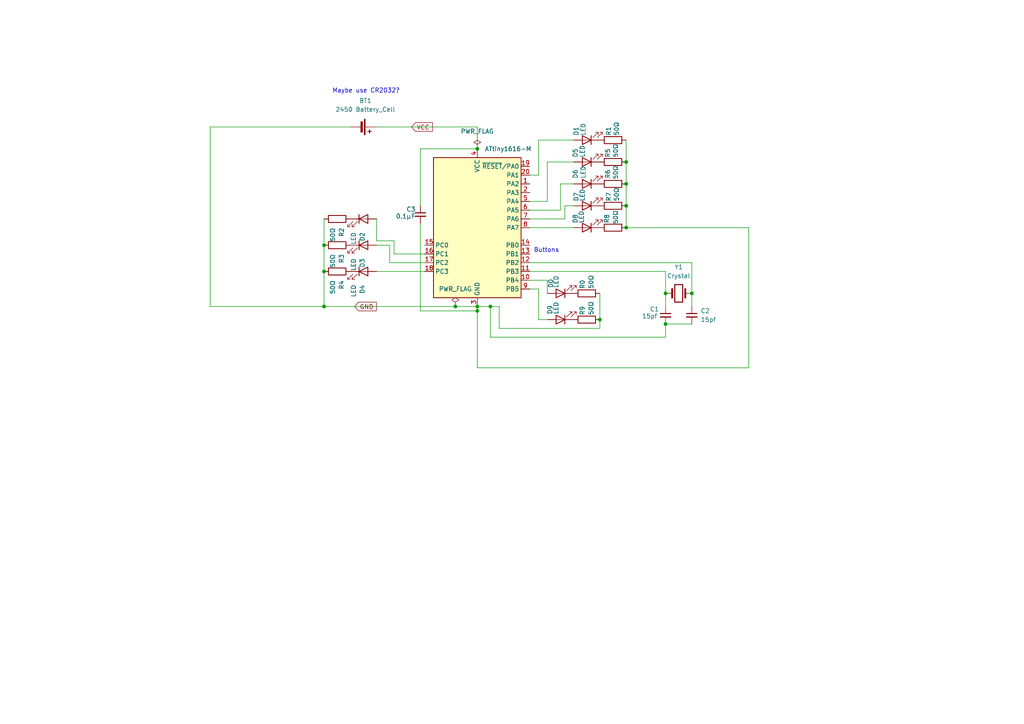
<source format=kicad_sch>
(kicad_sch
	(version 20250114)
	(generator "eeschema")
	(generator_version "9.0")
	(uuid "bc3b0f77-13c8-4ae5-b55c-5fe989ebeedc")
	(paper "A4")
	(lib_symbols
		(symbol "Device:Battery_Cell"
			(pin_numbers
				(hide yes)
			)
			(pin_names
				(offset 0)
				(hide yes)
			)
			(exclude_from_sim no)
			(in_bom yes)
			(on_board yes)
			(property "Reference" "BT"
				(at 2.54 2.54 0)
				(effects
					(font
						(size 1.27 1.27)
					)
					(justify left)
				)
			)
			(property "Value" "Battery_Cell"
				(at 2.54 0 0)
				(effects
					(font
						(size 1.27 1.27)
					)
					(justify left)
				)
			)
			(property "Footprint" ""
				(at 0 1.524 90)
				(effects
					(font
						(size 1.27 1.27)
					)
					(hide yes)
				)
			)
			(property "Datasheet" "~"
				(at 0 1.524 90)
				(effects
					(font
						(size 1.27 1.27)
					)
					(hide yes)
				)
			)
			(property "Description" "Single-cell battery"
				(at 0 0 0)
				(effects
					(font
						(size 1.27 1.27)
					)
					(hide yes)
				)
			)
			(property "ki_keywords" "battery cell"
				(at 0 0 0)
				(effects
					(font
						(size 1.27 1.27)
					)
					(hide yes)
				)
			)
			(symbol "Battery_Cell_0_1"
				(rectangle
					(start -2.286 1.778)
					(end 2.286 1.524)
					(stroke
						(width 0)
						(type default)
					)
					(fill
						(type outline)
					)
				)
				(rectangle
					(start -1.524 1.016)
					(end 1.524 0.508)
					(stroke
						(width 0)
						(type default)
					)
					(fill
						(type outline)
					)
				)
				(polyline
					(pts
						(xy 0 1.778) (xy 0 2.54)
					)
					(stroke
						(width 0)
						(type default)
					)
					(fill
						(type none)
					)
				)
				(polyline
					(pts
						(xy 0 0.762) (xy 0 0)
					)
					(stroke
						(width 0)
						(type default)
					)
					(fill
						(type none)
					)
				)
				(polyline
					(pts
						(xy 0.762 3.048) (xy 1.778 3.048)
					)
					(stroke
						(width 0.254)
						(type default)
					)
					(fill
						(type none)
					)
				)
				(polyline
					(pts
						(xy 1.27 3.556) (xy 1.27 2.54)
					)
					(stroke
						(width 0.254)
						(type default)
					)
					(fill
						(type none)
					)
				)
			)
			(symbol "Battery_Cell_1_1"
				(pin passive line
					(at 0 5.08 270)
					(length 2.54)
					(name "+"
						(effects
							(font
								(size 1.27 1.27)
							)
						)
					)
					(number "1"
						(effects
							(font
								(size 1.27 1.27)
							)
						)
					)
				)
				(pin passive line
					(at 0 -2.54 90)
					(length 2.54)
					(name "-"
						(effects
							(font
								(size 1.27 1.27)
							)
						)
					)
					(number "2"
						(effects
							(font
								(size 1.27 1.27)
							)
						)
					)
				)
			)
			(embedded_fonts no)
		)
		(symbol "Device:C_Small"
			(pin_numbers
				(hide yes)
			)
			(pin_names
				(offset 0.254)
				(hide yes)
			)
			(exclude_from_sim no)
			(in_bom yes)
			(on_board yes)
			(property "Reference" "C"
				(at 0.254 1.778 0)
				(effects
					(font
						(size 1.27 1.27)
					)
					(justify left)
				)
			)
			(property "Value" "C_Small"
				(at 0.254 -2.032 0)
				(effects
					(font
						(size 1.27 1.27)
					)
					(justify left)
				)
			)
			(property "Footprint" ""
				(at 0 0 0)
				(effects
					(font
						(size 1.27 1.27)
					)
					(hide yes)
				)
			)
			(property "Datasheet" "~"
				(at 0 0 0)
				(effects
					(font
						(size 1.27 1.27)
					)
					(hide yes)
				)
			)
			(property "Description" "Unpolarized capacitor, small symbol"
				(at 0 0 0)
				(effects
					(font
						(size 1.27 1.27)
					)
					(hide yes)
				)
			)
			(property "ki_keywords" "capacitor cap"
				(at 0 0 0)
				(effects
					(font
						(size 1.27 1.27)
					)
					(hide yes)
				)
			)
			(property "ki_fp_filters" "C_*"
				(at 0 0 0)
				(effects
					(font
						(size 1.27 1.27)
					)
					(hide yes)
				)
			)
			(symbol "C_Small_0_1"
				(polyline
					(pts
						(xy -1.524 0.508) (xy 1.524 0.508)
					)
					(stroke
						(width 0.3048)
						(type default)
					)
					(fill
						(type none)
					)
				)
				(polyline
					(pts
						(xy -1.524 -0.508) (xy 1.524 -0.508)
					)
					(stroke
						(width 0.3302)
						(type default)
					)
					(fill
						(type none)
					)
				)
			)
			(symbol "C_Small_1_1"
				(pin passive line
					(at 0 2.54 270)
					(length 2.032)
					(name "~"
						(effects
							(font
								(size 1.27 1.27)
							)
						)
					)
					(number "1"
						(effects
							(font
								(size 1.27 1.27)
							)
						)
					)
				)
				(pin passive line
					(at 0 -2.54 90)
					(length 2.032)
					(name "~"
						(effects
							(font
								(size 1.27 1.27)
							)
						)
					)
					(number "2"
						(effects
							(font
								(size 1.27 1.27)
							)
						)
					)
				)
			)
			(embedded_fonts no)
		)
		(symbol "Device:Crystal"
			(pin_numbers
				(hide yes)
			)
			(pin_names
				(offset 1.016)
				(hide yes)
			)
			(exclude_from_sim no)
			(in_bom yes)
			(on_board yes)
			(property "Reference" "Y"
				(at 0 3.81 0)
				(effects
					(font
						(size 1.27 1.27)
					)
				)
			)
			(property "Value" "Crystal"
				(at 0 -3.81 0)
				(effects
					(font
						(size 1.27 1.27)
					)
				)
			)
			(property "Footprint" ""
				(at 0 0 0)
				(effects
					(font
						(size 1.27 1.27)
					)
					(hide yes)
				)
			)
			(property "Datasheet" "~"
				(at 0 0 0)
				(effects
					(font
						(size 1.27 1.27)
					)
					(hide yes)
				)
			)
			(property "Description" "Two pin crystal"
				(at 0 0 0)
				(effects
					(font
						(size 1.27 1.27)
					)
					(hide yes)
				)
			)
			(property "ki_keywords" "quartz ceramic resonator oscillator"
				(at 0 0 0)
				(effects
					(font
						(size 1.27 1.27)
					)
					(hide yes)
				)
			)
			(property "ki_fp_filters" "Crystal*"
				(at 0 0 0)
				(effects
					(font
						(size 1.27 1.27)
					)
					(hide yes)
				)
			)
			(symbol "Crystal_0_1"
				(polyline
					(pts
						(xy -2.54 0) (xy -1.905 0)
					)
					(stroke
						(width 0)
						(type default)
					)
					(fill
						(type none)
					)
				)
				(polyline
					(pts
						(xy -1.905 -1.27) (xy -1.905 1.27)
					)
					(stroke
						(width 0.508)
						(type default)
					)
					(fill
						(type none)
					)
				)
				(rectangle
					(start -1.143 2.54)
					(end 1.143 -2.54)
					(stroke
						(width 0.3048)
						(type default)
					)
					(fill
						(type none)
					)
				)
				(polyline
					(pts
						(xy 1.905 -1.27) (xy 1.905 1.27)
					)
					(stroke
						(width 0.508)
						(type default)
					)
					(fill
						(type none)
					)
				)
				(polyline
					(pts
						(xy 2.54 0) (xy 1.905 0)
					)
					(stroke
						(width 0)
						(type default)
					)
					(fill
						(type none)
					)
				)
			)
			(symbol "Crystal_1_1"
				(pin passive line
					(at -3.81 0 0)
					(length 1.27)
					(name "1"
						(effects
							(font
								(size 1.27 1.27)
							)
						)
					)
					(number "1"
						(effects
							(font
								(size 1.27 1.27)
							)
						)
					)
				)
				(pin passive line
					(at 3.81 0 180)
					(length 1.27)
					(name "2"
						(effects
							(font
								(size 1.27 1.27)
							)
						)
					)
					(number "2"
						(effects
							(font
								(size 1.27 1.27)
							)
						)
					)
				)
			)
			(embedded_fonts no)
		)
		(symbol "Device:LED"
			(pin_numbers
				(hide yes)
			)
			(pin_names
				(offset 1.016)
				(hide yes)
			)
			(exclude_from_sim no)
			(in_bom yes)
			(on_board yes)
			(property "Reference" "D"
				(at 0 2.54 0)
				(effects
					(font
						(size 1.27 1.27)
					)
				)
			)
			(property "Value" "LED"
				(at 0 -2.54 0)
				(effects
					(font
						(size 1.27 1.27)
					)
				)
			)
			(property "Footprint" ""
				(at 0 0 0)
				(effects
					(font
						(size 1.27 1.27)
					)
					(hide yes)
				)
			)
			(property "Datasheet" "~"
				(at 0 0 0)
				(effects
					(font
						(size 1.27 1.27)
					)
					(hide yes)
				)
			)
			(property "Description" "Light emitting diode"
				(at 0 0 0)
				(effects
					(font
						(size 1.27 1.27)
					)
					(hide yes)
				)
			)
			(property "Sim.Pins" "1=K 2=A"
				(at 0 0 0)
				(effects
					(font
						(size 1.27 1.27)
					)
					(hide yes)
				)
			)
			(property "ki_keywords" "LED diode"
				(at 0 0 0)
				(effects
					(font
						(size 1.27 1.27)
					)
					(hide yes)
				)
			)
			(property "ki_fp_filters" "LED* LED_SMD:* LED_THT:*"
				(at 0 0 0)
				(effects
					(font
						(size 1.27 1.27)
					)
					(hide yes)
				)
			)
			(symbol "LED_0_1"
				(polyline
					(pts
						(xy -3.048 -0.762) (xy -4.572 -2.286) (xy -3.81 -2.286) (xy -4.572 -2.286) (xy -4.572 -1.524)
					)
					(stroke
						(width 0)
						(type default)
					)
					(fill
						(type none)
					)
				)
				(polyline
					(pts
						(xy -1.778 -0.762) (xy -3.302 -2.286) (xy -2.54 -2.286) (xy -3.302 -2.286) (xy -3.302 -1.524)
					)
					(stroke
						(width 0)
						(type default)
					)
					(fill
						(type none)
					)
				)
				(polyline
					(pts
						(xy -1.27 0) (xy 1.27 0)
					)
					(stroke
						(width 0)
						(type default)
					)
					(fill
						(type none)
					)
				)
				(polyline
					(pts
						(xy -1.27 -1.27) (xy -1.27 1.27)
					)
					(stroke
						(width 0.254)
						(type default)
					)
					(fill
						(type none)
					)
				)
				(polyline
					(pts
						(xy 1.27 -1.27) (xy 1.27 1.27) (xy -1.27 0) (xy 1.27 -1.27)
					)
					(stroke
						(width 0.254)
						(type default)
					)
					(fill
						(type none)
					)
				)
			)
			(symbol "LED_1_1"
				(pin passive line
					(at -3.81 0 0)
					(length 2.54)
					(name "K"
						(effects
							(font
								(size 1.27 1.27)
							)
						)
					)
					(number "1"
						(effects
							(font
								(size 1.27 1.27)
							)
						)
					)
				)
				(pin passive line
					(at 3.81 0 180)
					(length 2.54)
					(name "A"
						(effects
							(font
								(size 1.27 1.27)
							)
						)
					)
					(number "2"
						(effects
							(font
								(size 1.27 1.27)
							)
						)
					)
				)
			)
			(embedded_fonts no)
		)
		(symbol "Device:R"
			(pin_numbers
				(hide yes)
			)
			(pin_names
				(offset 0)
			)
			(exclude_from_sim no)
			(in_bom yes)
			(on_board yes)
			(property "Reference" "R"
				(at 2.032 0 90)
				(effects
					(font
						(size 1.27 1.27)
					)
				)
			)
			(property "Value" "R"
				(at 0 0 90)
				(effects
					(font
						(size 1.27 1.27)
					)
				)
			)
			(property "Footprint" ""
				(at -1.778 0 90)
				(effects
					(font
						(size 1.27 1.27)
					)
					(hide yes)
				)
			)
			(property "Datasheet" "~"
				(at 0 0 0)
				(effects
					(font
						(size 1.27 1.27)
					)
					(hide yes)
				)
			)
			(property "Description" "Resistor"
				(at 0 0 0)
				(effects
					(font
						(size 1.27 1.27)
					)
					(hide yes)
				)
			)
			(property "ki_keywords" "R res resistor"
				(at 0 0 0)
				(effects
					(font
						(size 1.27 1.27)
					)
					(hide yes)
				)
			)
			(property "ki_fp_filters" "R_*"
				(at 0 0 0)
				(effects
					(font
						(size 1.27 1.27)
					)
					(hide yes)
				)
			)
			(symbol "R_0_1"
				(rectangle
					(start -1.016 -2.54)
					(end 1.016 2.54)
					(stroke
						(width 0.254)
						(type default)
					)
					(fill
						(type none)
					)
				)
			)
			(symbol "R_1_1"
				(pin passive line
					(at 0 3.81 270)
					(length 1.27)
					(name "~"
						(effects
							(font
								(size 1.27 1.27)
							)
						)
					)
					(number "1"
						(effects
							(font
								(size 1.27 1.27)
							)
						)
					)
				)
				(pin passive line
					(at 0 -3.81 90)
					(length 1.27)
					(name "~"
						(effects
							(font
								(size 1.27 1.27)
							)
						)
					)
					(number "2"
						(effects
							(font
								(size 1.27 1.27)
							)
						)
					)
				)
			)
			(embedded_fonts no)
		)
		(symbol "MCU_Microchip_ATtiny:ATtiny1616-M"
			(exclude_from_sim no)
			(in_bom yes)
			(on_board yes)
			(property "Reference" "U"
				(at -12.7 21.59 0)
				(effects
					(font
						(size 1.27 1.27)
					)
					(justify left bottom)
				)
			)
			(property "Value" "ATtiny1616-M"
				(at 2.54 -21.59 0)
				(effects
					(font
						(size 1.27 1.27)
					)
					(justify left top)
				)
			)
			(property "Footprint" "Package_DFN_QFN:VQFN-20-1EP_3x3mm_P0.4mm_EP1.7x1.7mm"
				(at 0 0 0)
				(effects
					(font
						(size 1.27 1.27)
						(italic yes)
					)
					(hide yes)
				)
			)
			(property "Datasheet" "http://ww1.microchip.com/downloads/en/DeviceDoc/ATtiny3216_ATtiny1616-data-sheet-40001997B.pdf"
				(at 0 0 0)
				(effects
					(font
						(size 1.27 1.27)
					)
					(hide yes)
				)
			)
			(property "Description" "20MHz, 16kB Flash, 2kB SRAM, 256B EEPROM, VQFN-20"
				(at 0 0 0)
				(effects
					(font
						(size 1.27 1.27)
					)
					(hide yes)
				)
			)
			(property "ki_keywords" "AVR 8bit Microcontroller tinyAVR"
				(at 0 0 0)
				(effects
					(font
						(size 1.27 1.27)
					)
					(hide yes)
				)
			)
			(property "ki_fp_filters" "VQFN*1EP*3x3mm*P0.4mm*"
				(at 0 0 0)
				(effects
					(font
						(size 1.27 1.27)
					)
					(hide yes)
				)
			)
			(symbol "ATtiny1616-M_0_1"
				(rectangle
					(start -12.7 -20.32)
					(end 12.7 20.32)
					(stroke
						(width 0.254)
						(type default)
					)
					(fill
						(type background)
					)
				)
			)
			(symbol "ATtiny1616-M_1_1"
				(pin bidirectional line
					(at -15.24 -5.08 0)
					(length 2.54)
					(name "PC0"
						(effects
							(font
								(size 1.27 1.27)
							)
						)
					)
					(number "15"
						(effects
							(font
								(size 1.27 1.27)
							)
						)
					)
				)
				(pin bidirectional line
					(at -15.24 -7.62 0)
					(length 2.54)
					(name "PC1"
						(effects
							(font
								(size 1.27 1.27)
							)
						)
					)
					(number "16"
						(effects
							(font
								(size 1.27 1.27)
							)
						)
					)
				)
				(pin bidirectional line
					(at -15.24 -10.16 0)
					(length 2.54)
					(name "PC2"
						(effects
							(font
								(size 1.27 1.27)
							)
						)
					)
					(number "17"
						(effects
							(font
								(size 1.27 1.27)
							)
						)
					)
				)
				(pin bidirectional line
					(at -15.24 -12.7 0)
					(length 2.54)
					(name "PC3"
						(effects
							(font
								(size 1.27 1.27)
							)
						)
					)
					(number "18"
						(effects
							(font
								(size 1.27 1.27)
							)
						)
					)
				)
				(pin power_in line
					(at 0 22.86 270)
					(length 2.54)
					(name "VCC"
						(effects
							(font
								(size 1.27 1.27)
							)
						)
					)
					(number "4"
						(effects
							(font
								(size 1.27 1.27)
							)
						)
					)
				)
				(pin passive line
					(at 0 -22.86 90)
					(length 2.54)
					(hide yes)
					(name "GND"
						(effects
							(font
								(size 1.27 1.27)
							)
						)
					)
					(number "21"
						(effects
							(font
								(size 1.27 1.27)
							)
						)
					)
				)
				(pin power_in line
					(at 0 -22.86 90)
					(length 2.54)
					(name "GND"
						(effects
							(font
								(size 1.27 1.27)
							)
						)
					)
					(number "3"
						(effects
							(font
								(size 1.27 1.27)
							)
						)
					)
				)
				(pin bidirectional line
					(at 15.24 17.78 180)
					(length 2.54)
					(name "~{RESET}/PA0"
						(effects
							(font
								(size 1.27 1.27)
							)
						)
					)
					(number "19"
						(effects
							(font
								(size 1.27 1.27)
							)
						)
					)
				)
				(pin bidirectional line
					(at 15.24 15.24 180)
					(length 2.54)
					(name "PA1"
						(effects
							(font
								(size 1.27 1.27)
							)
						)
					)
					(number "20"
						(effects
							(font
								(size 1.27 1.27)
							)
						)
					)
				)
				(pin bidirectional line
					(at 15.24 12.7 180)
					(length 2.54)
					(name "PA2"
						(effects
							(font
								(size 1.27 1.27)
							)
						)
					)
					(number "1"
						(effects
							(font
								(size 1.27 1.27)
							)
						)
					)
				)
				(pin bidirectional line
					(at 15.24 10.16 180)
					(length 2.54)
					(name "PA3"
						(effects
							(font
								(size 1.27 1.27)
							)
						)
					)
					(number "2"
						(effects
							(font
								(size 1.27 1.27)
							)
						)
					)
				)
				(pin bidirectional line
					(at 15.24 7.62 180)
					(length 2.54)
					(name "PA4"
						(effects
							(font
								(size 1.27 1.27)
							)
						)
					)
					(number "5"
						(effects
							(font
								(size 1.27 1.27)
							)
						)
					)
				)
				(pin bidirectional line
					(at 15.24 5.08 180)
					(length 2.54)
					(name "PA5"
						(effects
							(font
								(size 1.27 1.27)
							)
						)
					)
					(number "6"
						(effects
							(font
								(size 1.27 1.27)
							)
						)
					)
				)
				(pin bidirectional line
					(at 15.24 2.54 180)
					(length 2.54)
					(name "PA6"
						(effects
							(font
								(size 1.27 1.27)
							)
						)
					)
					(number "7"
						(effects
							(font
								(size 1.27 1.27)
							)
						)
					)
				)
				(pin bidirectional line
					(at 15.24 0 180)
					(length 2.54)
					(name "PA7"
						(effects
							(font
								(size 1.27 1.27)
							)
						)
					)
					(number "8"
						(effects
							(font
								(size 1.27 1.27)
							)
						)
					)
				)
				(pin bidirectional line
					(at 15.24 -5.08 180)
					(length 2.54)
					(name "PB0"
						(effects
							(font
								(size 1.27 1.27)
							)
						)
					)
					(number "14"
						(effects
							(font
								(size 1.27 1.27)
							)
						)
					)
				)
				(pin bidirectional line
					(at 15.24 -7.62 180)
					(length 2.54)
					(name "PB1"
						(effects
							(font
								(size 1.27 1.27)
							)
						)
					)
					(number "13"
						(effects
							(font
								(size 1.27 1.27)
							)
						)
					)
				)
				(pin bidirectional line
					(at 15.24 -10.16 180)
					(length 2.54)
					(name "PB2"
						(effects
							(font
								(size 1.27 1.27)
							)
						)
					)
					(number "12"
						(effects
							(font
								(size 1.27 1.27)
							)
						)
					)
				)
				(pin bidirectional line
					(at 15.24 -12.7 180)
					(length 2.54)
					(name "PB3"
						(effects
							(font
								(size 1.27 1.27)
							)
						)
					)
					(number "11"
						(effects
							(font
								(size 1.27 1.27)
							)
						)
					)
				)
				(pin bidirectional line
					(at 15.24 -15.24 180)
					(length 2.54)
					(name "PB4"
						(effects
							(font
								(size 1.27 1.27)
							)
						)
					)
					(number "10"
						(effects
							(font
								(size 1.27 1.27)
							)
						)
					)
				)
				(pin bidirectional line
					(at 15.24 -17.78 180)
					(length 2.54)
					(name "PB5"
						(effects
							(font
								(size 1.27 1.27)
							)
						)
					)
					(number "9"
						(effects
							(font
								(size 1.27 1.27)
							)
						)
					)
				)
			)
			(embedded_fonts no)
		)
		(symbol "power:PWR_FLAG"
			(power)
			(pin_numbers
				(hide yes)
			)
			(pin_names
				(offset 0)
				(hide yes)
			)
			(exclude_from_sim no)
			(in_bom yes)
			(on_board yes)
			(property "Reference" "#FLG"
				(at 0 1.905 0)
				(effects
					(font
						(size 1.27 1.27)
					)
					(hide yes)
				)
			)
			(property "Value" "PWR_FLAG"
				(at 0 3.81 0)
				(effects
					(font
						(size 1.27 1.27)
					)
				)
			)
			(property "Footprint" ""
				(at 0 0 0)
				(effects
					(font
						(size 1.27 1.27)
					)
					(hide yes)
				)
			)
			(property "Datasheet" "~"
				(at 0 0 0)
				(effects
					(font
						(size 1.27 1.27)
					)
					(hide yes)
				)
			)
			(property "Description" "Special symbol for telling ERC where power comes from"
				(at 0 0 0)
				(effects
					(font
						(size 1.27 1.27)
					)
					(hide yes)
				)
			)
			(property "ki_keywords" "flag power"
				(at 0 0 0)
				(effects
					(font
						(size 1.27 1.27)
					)
					(hide yes)
				)
			)
			(symbol "PWR_FLAG_0_0"
				(pin power_out line
					(at 0 0 90)
					(length 0)
					(name "~"
						(effects
							(font
								(size 1.27 1.27)
							)
						)
					)
					(number "1"
						(effects
							(font
								(size 1.27 1.27)
							)
						)
					)
				)
			)
			(symbol "PWR_FLAG_0_1"
				(polyline
					(pts
						(xy 0 0) (xy 0 1.27) (xy -1.016 1.905) (xy 0 2.54) (xy 1.016 1.905) (xy 0 1.27)
					)
					(stroke
						(width 0)
						(type default)
					)
					(fill
						(type none)
					)
				)
			)
			(embedded_fonts no)
		)
	)
	(text "Maybe use CR2032?"
		(exclude_from_sim no)
		(at 106.172 26.416 0)
		(effects
			(font
				(size 1.27 1.27)
			)
		)
		(uuid "087d4dd8-0b4c-4459-b950-083bcd72ce7d")
	)
	(text "Buttons"
		(exclude_from_sim no)
		(at 158.496 72.644 0)
		(effects
			(font
				(size 1.27 1.27)
			)
		)
		(uuid "ee15edbb-53d1-45d2-9172-fc7aecb937bc")
	)
	(junction
		(at 138.43 90.17)
		(diameter 0)
		(color 0 0 0 0)
		(uuid "0f3fe6c4-51df-43c9-963c-661f5c182ac9")
	)
	(junction
		(at 181.61 53.34)
		(diameter 0)
		(color 0 0 0 0)
		(uuid "112b10ce-0fd8-4d29-8273-e9e26d2e1548")
	)
	(junction
		(at 181.61 59.69)
		(diameter 0)
		(color 0 0 0 0)
		(uuid "22af5db6-5b0a-464a-8acc-5e972d998867")
	)
	(junction
		(at 200.66 85.09)
		(diameter 0)
		(color 0 0 0 0)
		(uuid "292ff57a-5ca1-4ea0-9040-01522938cbd7")
	)
	(junction
		(at 181.61 66.04)
		(diameter 0)
		(color 0 0 0 0)
		(uuid "344a1ef5-1864-456e-ac17-7deb0551e17f")
	)
	(junction
		(at 138.43 88.9)
		(diameter 0)
		(color 0 0 0 0)
		(uuid "3f17c03d-105e-44d4-bc80-cb1b53c1299e")
	)
	(junction
		(at 138.43 43.18)
		(diameter 0)
		(color 0 0 0 0)
		(uuid "6141ec4b-b9bc-4eeb-967c-80e1630fed32")
	)
	(junction
		(at 193.04 93.98)
		(diameter 0)
		(color 0 0 0 0)
		(uuid "62d199e3-4c8c-4752-aff7-48757caa01fd")
	)
	(junction
		(at 93.98 71.12)
		(diameter 0)
		(color 0 0 0 0)
		(uuid "87486f82-0013-4137-affd-58a9def49605")
	)
	(junction
		(at 93.98 78.74)
		(diameter 0)
		(color 0 0 0 0)
		(uuid "914081a8-99db-4c3f-b3cd-e954ac71cf5a")
	)
	(junction
		(at 193.04 85.09)
		(diameter 0)
		(color 0 0 0 0)
		(uuid "aa003893-2327-4965-8b61-f12e1c71c935")
	)
	(junction
		(at 132.08 88.9)
		(diameter 0)
		(color 0 0 0 0)
		(uuid "add5a9cb-5cb8-4b33-9606-5cc1791b0ab1")
	)
	(junction
		(at 93.98 88.9)
		(diameter 0)
		(color 0 0 0 0)
		(uuid "b1a00a89-c21d-4ebe-ba72-2be6d316d378")
	)
	(junction
		(at 181.61 46.99)
		(diameter 0)
		(color 0 0 0 0)
		(uuid "c68f7146-9960-4435-969a-907f96156fc1")
	)
	(junction
		(at 142.24 88.9)
		(diameter 0)
		(color 0 0 0 0)
		(uuid "dab266ca-6af2-4049-9bdd-3e5b91fb120f")
	)
	(junction
		(at 173.99 92.71)
		(diameter 0)
		(color 0 0 0 0)
		(uuid "eafe8ca8-897d-4c5e-9552-cb5fb615de39")
	)
	(wire
		(pts
			(xy 173.99 92.71) (xy 173.99 95.25)
		)
		(stroke
			(width 0)
			(type default)
		)
		(uuid "021df7aa-4ac6-4c68-abd5-0643921e12a5")
	)
	(wire
		(pts
			(xy 114.3 69.85) (xy 109.22 69.85)
		)
		(stroke
			(width 0)
			(type default)
		)
		(uuid "13af2112-9458-4702-a885-098739b5e6ae")
	)
	(wire
		(pts
			(xy 109.22 36.83) (xy 138.43 36.83)
		)
		(stroke
			(width 0)
			(type default)
		)
		(uuid "220271e7-99d6-4cef-a91c-f9dedc7da6bc")
	)
	(wire
		(pts
			(xy 153.67 60.96) (xy 162.56 60.96)
		)
		(stroke
			(width 0)
			(type default)
		)
		(uuid "24a5e9bb-f13f-486d-9e51-f83bde341116")
	)
	(wire
		(pts
			(xy 109.22 78.74) (xy 123.19 78.74)
		)
		(stroke
			(width 0)
			(type default)
		)
		(uuid "286bd985-37d5-4df2-8d4e-ac6f5ba8042e")
	)
	(wire
		(pts
			(xy 138.43 88.9) (xy 138.43 90.17)
		)
		(stroke
			(width 0)
			(type default)
		)
		(uuid "28fc46f7-896b-499b-a598-66888fb4014b")
	)
	(wire
		(pts
			(xy 132.08 88.9) (xy 138.43 88.9)
		)
		(stroke
			(width 0)
			(type default)
		)
		(uuid "2a1b8306-751a-44f6-8995-f5790a664f17")
	)
	(wire
		(pts
			(xy 200.66 85.09) (xy 200.66 88.9)
		)
		(stroke
			(width 0)
			(type default)
		)
		(uuid "2b8a9f40-f147-4148-8760-be891f6d2c47")
	)
	(wire
		(pts
			(xy 60.96 88.9) (xy 60.96 36.83)
		)
		(stroke
			(width 0)
			(type default)
		)
		(uuid "2df19696-dfbf-4f25-9ec1-f666163ad6c2")
	)
	(wire
		(pts
			(xy 217.17 66.04) (xy 217.17 106.68)
		)
		(stroke
			(width 0)
			(type default)
		)
		(uuid "2ea68d8c-9fa2-41b4-970d-e6b200e53f36")
	)
	(wire
		(pts
			(xy 153.67 81.28) (xy 158.75 81.28)
		)
		(stroke
			(width 0)
			(type default)
		)
		(uuid "31b79c8f-bb1a-47a5-9f03-b18b67383a91")
	)
	(wire
		(pts
			(xy 162.56 53.34) (xy 166.37 53.34)
		)
		(stroke
			(width 0)
			(type default)
		)
		(uuid "382b5cc1-8e47-4509-9094-9b9dfaeec4dc")
	)
	(wire
		(pts
			(xy 93.98 88.9) (xy 132.08 88.9)
		)
		(stroke
			(width 0)
			(type default)
		)
		(uuid "3b367c43-f959-480e-8cd5-f0149928192d")
	)
	(wire
		(pts
			(xy 113.03 71.12) (xy 109.22 71.12)
		)
		(stroke
			(width 0)
			(type default)
		)
		(uuid "3c1f5c37-26f1-4a4d-88aa-90c5373f1c8d")
	)
	(wire
		(pts
			(xy 156.21 50.8) (xy 156.21 40.64)
		)
		(stroke
			(width 0)
			(type default)
		)
		(uuid "428aea05-2cfe-41f2-979a-3c58d6656c04")
	)
	(wire
		(pts
			(xy 144.78 88.9) (xy 142.24 88.9)
		)
		(stroke
			(width 0)
			(type default)
		)
		(uuid "49eeed45-d295-4fa6-9052-9e2267d90f3c")
	)
	(wire
		(pts
			(xy 162.56 60.96) (xy 162.56 53.34)
		)
		(stroke
			(width 0)
			(type default)
		)
		(uuid "4cf6ecf2-c3a8-4961-9d18-e9aac50aedc0")
	)
	(wire
		(pts
			(xy 153.67 58.42) (xy 158.75 58.42)
		)
		(stroke
			(width 0)
			(type default)
		)
		(uuid "4f35821c-5980-4b3b-9663-022dc7613c94")
	)
	(wire
		(pts
			(xy 121.92 43.18) (xy 121.92 59.69)
		)
		(stroke
			(width 0)
			(type default)
		)
		(uuid "4f7800ab-22a6-4df3-8aef-2c1ca99bdfe7")
	)
	(wire
		(pts
			(xy 181.61 59.69) (xy 181.61 66.04)
		)
		(stroke
			(width 0)
			(type default)
		)
		(uuid "5006d2e9-7fc7-47f9-bc20-cab04a81c46f")
	)
	(wire
		(pts
			(xy 142.24 88.9) (xy 138.43 88.9)
		)
		(stroke
			(width 0)
			(type default)
		)
		(uuid "52ce9e7d-d744-47e5-a90e-7c53d5ec8f78")
	)
	(wire
		(pts
			(xy 138.43 36.83) (xy 138.43 43.18)
		)
		(stroke
			(width 0)
			(type default)
		)
		(uuid "5ada20fd-cec3-4978-a270-ef9e242dbc47")
	)
	(wire
		(pts
			(xy 158.75 46.99) (xy 166.37 46.99)
		)
		(stroke
			(width 0)
			(type default)
		)
		(uuid "5b00c19f-5b63-4782-b87b-f91bdb35745d")
	)
	(wire
		(pts
			(xy 109.22 63.5) (xy 109.22 69.85)
		)
		(stroke
			(width 0)
			(type default)
		)
		(uuid "5ba77888-242c-437c-bd53-e6b5efcf92e6")
	)
	(wire
		(pts
			(xy 123.19 73.66) (xy 114.3 73.66)
		)
		(stroke
			(width 0)
			(type default)
		)
		(uuid "5c928051-b9ac-4d74-9fc0-46915fd3ac85")
	)
	(wire
		(pts
			(xy 156.21 92.71) (xy 158.75 92.71)
		)
		(stroke
			(width 0)
			(type default)
		)
		(uuid "5d54e863-c5ea-4b28-b4ee-df9c5bc58095")
	)
	(wire
		(pts
			(xy 153.67 76.2) (xy 200.66 76.2)
		)
		(stroke
			(width 0)
			(type default)
		)
		(uuid "5d9e9460-ff57-419a-a8e6-23b552b59003")
	)
	(wire
		(pts
			(xy 144.78 95.25) (xy 144.78 88.9)
		)
		(stroke
			(width 0)
			(type default)
		)
		(uuid "5da84d1e-e7e6-493e-8a37-d99d1a22de99")
	)
	(wire
		(pts
			(xy 193.04 97.79) (xy 142.24 97.79)
		)
		(stroke
			(width 0)
			(type default)
		)
		(uuid "647941d5-1016-49f9-a6f0-010df620b570")
	)
	(wire
		(pts
			(xy 158.75 81.28) (xy 158.75 85.09)
		)
		(stroke
			(width 0)
			(type default)
		)
		(uuid "6ef3b471-06a7-4cf5-8e0b-6ab6d400cb16")
	)
	(wire
		(pts
			(xy 114.3 73.66) (xy 114.3 69.85)
		)
		(stroke
			(width 0)
			(type default)
		)
		(uuid "75bc5a16-d78c-45b0-a659-83caabce3bc8")
	)
	(wire
		(pts
			(xy 193.04 93.98) (xy 200.66 93.98)
		)
		(stroke
			(width 0)
			(type default)
		)
		(uuid "7824c499-d356-48d4-83d8-ba59add474b5")
	)
	(wire
		(pts
			(xy 60.96 36.83) (xy 101.6 36.83)
		)
		(stroke
			(width 0)
			(type default)
		)
		(uuid "7f8ed30b-5fd6-4cea-9ef1-aa9c4b3b5652")
	)
	(wire
		(pts
			(xy 173.99 85.09) (xy 173.99 92.71)
		)
		(stroke
			(width 0)
			(type default)
		)
		(uuid "804c68fa-39d5-4d84-8bf3-275b7a0c1389")
	)
	(wire
		(pts
			(xy 163.83 59.69) (xy 166.37 59.69)
		)
		(stroke
			(width 0)
			(type default)
		)
		(uuid "8a3c37f8-e721-44ca-8830-75aeeeea20bb")
	)
	(wire
		(pts
			(xy 181.61 66.04) (xy 217.17 66.04)
		)
		(stroke
			(width 0)
			(type default)
		)
		(uuid "8c4be5d6-afa4-43da-9870-453ee9ab6f82")
	)
	(wire
		(pts
			(xy 93.98 63.5) (xy 93.98 71.12)
		)
		(stroke
			(width 0)
			(type default)
		)
		(uuid "8f6c7c35-7749-4386-91cb-fbcdc957cbf9")
	)
	(wire
		(pts
			(xy 93.98 78.74) (xy 93.98 88.9)
		)
		(stroke
			(width 0)
			(type default)
		)
		(uuid "917f895f-fb89-4d7d-8224-10e880366a85")
	)
	(wire
		(pts
			(xy 93.98 71.12) (xy 93.98 78.74)
		)
		(stroke
			(width 0)
			(type default)
		)
		(uuid "9684e8c4-b4f4-44b6-8a5d-0ca1ed8036a5")
	)
	(wire
		(pts
			(xy 193.04 93.98) (xy 193.04 97.79)
		)
		(stroke
			(width 0)
			(type default)
		)
		(uuid "9834b539-0495-40b5-a64b-50375680707f")
	)
	(wire
		(pts
			(xy 181.61 46.99) (xy 181.61 53.34)
		)
		(stroke
			(width 0)
			(type default)
		)
		(uuid "9c23afcf-dee0-4aab-a488-ba8003691dff")
	)
	(wire
		(pts
			(xy 193.04 85.09) (xy 193.04 88.9)
		)
		(stroke
			(width 0)
			(type default)
		)
		(uuid "9eaa28ef-1fbc-47a3-b532-9694a626b86b")
	)
	(wire
		(pts
			(xy 193.04 78.74) (xy 193.04 85.09)
		)
		(stroke
			(width 0)
			(type default)
		)
		(uuid "a531e351-1130-4338-aef7-ce32f55b516a")
	)
	(wire
		(pts
			(xy 158.75 58.42) (xy 158.75 46.99)
		)
		(stroke
			(width 0)
			(type default)
		)
		(uuid "a560e560-51bd-4c0c-8408-4e847cd0c292")
	)
	(wire
		(pts
			(xy 138.43 106.68) (xy 217.17 106.68)
		)
		(stroke
			(width 0)
			(type default)
		)
		(uuid "a96e4da3-ca1b-4876-b1a0-099cf0ac104b")
	)
	(wire
		(pts
			(xy 123.19 76.2) (xy 113.03 76.2)
		)
		(stroke
			(width 0)
			(type default)
		)
		(uuid "aaeee1e3-5023-4d28-b4ba-e2d6a1f6e949")
	)
	(wire
		(pts
			(xy 153.67 63.5) (xy 163.83 63.5)
		)
		(stroke
			(width 0)
			(type default)
		)
		(uuid "ae19399e-6b94-4978-95c7-003c3fd2c58b")
	)
	(wire
		(pts
			(xy 153.67 66.04) (xy 166.37 66.04)
		)
		(stroke
			(width 0)
			(type default)
		)
		(uuid "aedc66f4-854b-409f-9a16-7edd4d30a3c1")
	)
	(wire
		(pts
			(xy 153.67 78.74) (xy 193.04 78.74)
		)
		(stroke
			(width 0)
			(type default)
		)
		(uuid "b44c51f8-55a4-45ca-8e14-32b2955aee6a")
	)
	(wire
		(pts
			(xy 156.21 40.64) (xy 166.37 40.64)
		)
		(stroke
			(width 0)
			(type default)
		)
		(uuid "b59b44ef-6540-472b-a401-5e5d4d5f90ce")
	)
	(wire
		(pts
			(xy 156.21 83.82) (xy 156.21 92.71)
		)
		(stroke
			(width 0)
			(type default)
		)
		(uuid "be0314ad-0628-48db-b4cc-fdb04157bbb8")
	)
	(wire
		(pts
			(xy 181.61 40.64) (xy 181.61 46.99)
		)
		(stroke
			(width 0)
			(type default)
		)
		(uuid "c20ee1a4-ae13-4b94-a8a0-f9ee737814f8")
	)
	(wire
		(pts
			(xy 200.66 76.2) (xy 200.66 85.09)
		)
		(stroke
			(width 0)
			(type default)
		)
		(uuid "c2b71d00-6eb5-45b0-a39e-6f51554c65b6")
	)
	(wire
		(pts
			(xy 121.92 64.77) (xy 121.92 90.17)
		)
		(stroke
			(width 0)
			(type default)
		)
		(uuid "c8cfc783-f02c-4a0e-877f-2314c09b256c")
	)
	(wire
		(pts
			(xy 153.67 83.82) (xy 156.21 83.82)
		)
		(stroke
			(width 0)
			(type default)
		)
		(uuid "ce8bfe92-c8a6-47a7-8e15-6cc363375421")
	)
	(wire
		(pts
			(xy 138.43 90.17) (xy 138.43 106.68)
		)
		(stroke
			(width 0)
			(type default)
		)
		(uuid "d371936e-fd5d-4a18-b51f-1c988b66e947")
	)
	(wire
		(pts
			(xy 121.92 90.17) (xy 138.43 90.17)
		)
		(stroke
			(width 0)
			(type default)
		)
		(uuid "d3b7f3ab-e61b-4ada-83b0-b477898ca784")
	)
	(wire
		(pts
			(xy 142.24 97.79) (xy 142.24 88.9)
		)
		(stroke
			(width 0)
			(type default)
		)
		(uuid "d890b66d-6d81-4f85-adfa-09639bd895e9")
	)
	(wire
		(pts
			(xy 163.83 63.5) (xy 163.83 59.69)
		)
		(stroke
			(width 0)
			(type default)
		)
		(uuid "d90b081f-2a55-4e1b-bd51-fbfcb9fc6b2e")
	)
	(wire
		(pts
			(xy 113.03 76.2) (xy 113.03 71.12)
		)
		(stroke
			(width 0)
			(type default)
		)
		(uuid "dc007475-ef6a-439e-98c4-532ca50ec066")
	)
	(wire
		(pts
			(xy 60.96 88.9) (xy 93.98 88.9)
		)
		(stroke
			(width 0)
			(type default)
		)
		(uuid "dcd0a9a6-78f1-4dff-b774-d0918a9e19a6")
	)
	(wire
		(pts
			(xy 153.67 50.8) (xy 156.21 50.8)
		)
		(stroke
			(width 0)
			(type default)
		)
		(uuid "dcf870ad-b42f-4ed3-ae7e-022cdc40d2a3")
	)
	(wire
		(pts
			(xy 138.43 43.18) (xy 121.92 43.18)
		)
		(stroke
			(width 0)
			(type default)
		)
		(uuid "e6be0cf9-5d4f-4517-92e2-564bc1cd5afe")
	)
	(wire
		(pts
			(xy 181.61 53.34) (xy 181.61 59.69)
		)
		(stroke
			(width 0)
			(type default)
		)
		(uuid "e9da529a-1023-4ad1-a32a-30a02269f385")
	)
	(wire
		(pts
			(xy 173.99 95.25) (xy 144.78 95.25)
		)
		(stroke
			(width 0)
			(type default)
		)
		(uuid "f8f84236-535e-495b-8be7-f74f5e399c6f")
	)
	(global_label "VCC"
		(shape input)
		(at 119.38 36.83 0)
		(fields_autoplaced yes)
		(effects
			(font
				(size 1.27 1.27)
			)
			(justify left)
		)
		(uuid "3fb6c1f4-cae8-42d0-a041-3468e9fbc8c9")
		(property "Intersheetrefs" "${INTERSHEET_REFS}"
			(at 125.9938 36.83 0)
			(effects
				(font
					(size 1.27 1.27)
				)
				(justify left)
				(hide yes)
			)
		)
	)
	(global_label "GND"
		(shape input)
		(at 102.87 88.9 0)
		(fields_autoplaced yes)
		(effects
			(font
				(size 1.27 1.27)
			)
			(justify left)
		)
		(uuid "6191c8ef-1eb6-415d-9a74-fb03847d61df")
		(property "Intersheetrefs" "${INTERSHEET_REFS}"
			(at 109.7257 88.9 0)
			(effects
				(font
					(size 1.27 1.27)
				)
				(justify left)
				(hide yes)
			)
		)
	)
	(symbol
		(lib_id "Device:R")
		(at 177.8 46.99 90)
		(unit 1)
		(exclude_from_sim no)
		(in_bom yes)
		(on_board yes)
		(dnp no)
		(uuid "0dc2b8aa-589d-4814-a95d-f944303b46d0")
		(property "Reference" "R5"
			(at 176.276 45.72 0)
			(effects
				(font
					(size 1.27 1.27)
				)
				(justify left)
			)
		)
		(property "Value" "50Ω"
			(at 178.562 45.72 0)
			(effects
				(font
					(size 1.27 1.27)
				)
				(justify left)
			)
		)
		(property "Footprint" "Resistor_SMD:R_0603_1608Metric"
			(at 177.8 48.768 90)
			(effects
				(font
					(size 1.27 1.27)
				)
				(hide yes)
			)
		)
		(property "Datasheet" "~"
			(at 177.8 46.99 0)
			(effects
				(font
					(size 1.27 1.27)
				)
				(hide yes)
			)
		)
		(property "Description" "Resistor"
			(at 177.8 46.99 0)
			(effects
				(font
					(size 1.27 1.27)
				)
				(hide yes)
			)
		)
		(pin "2"
			(uuid "2f0bc0ef-29b0-4a47-83a3-300dc488c8ab")
		)
		(pin "1"
			(uuid "d9ea5bb3-1eb0-48e6-b59b-e7fa556e6266")
		)
		(instances
			(project ""
				(path "/bc3b0f77-13c8-4ae5-b55c-5fe989ebeedc"
					(reference "R5")
					(unit 1)
				)
			)
		)
	)
	(symbol
		(lib_id "Device:C_Small")
		(at 193.04 91.44 0)
		(unit 1)
		(exclude_from_sim no)
		(in_bom yes)
		(on_board yes)
		(dnp no)
		(uuid "11e168e5-5352-4176-a104-5b9450bf34af")
		(property "Reference" "C1"
			(at 188.468 89.662 0)
			(effects
				(font
					(size 1.27 1.27)
				)
				(justify left)
			)
		)
		(property "Value" "15pf"
			(at 186.182 91.694 0)
			(effects
				(font
					(size 1.27 1.27)
				)
				(justify left)
			)
		)
		(property "Footprint" "Capacitor_SMD:C_0603_1608Metric"
			(at 193.04 91.44 0)
			(effects
				(font
					(size 1.27 1.27)
				)
				(hide yes)
			)
		)
		(property "Datasheet" "~"
			(at 193.04 91.44 0)
			(effects
				(font
					(size 1.27 1.27)
				)
				(hide yes)
			)
		)
		(property "Description" "Unpolarized capacitor, small symbol"
			(at 193.04 91.44 0)
			(effects
				(font
					(size 1.27 1.27)
				)
				(hide yes)
			)
		)
		(pin "2"
			(uuid "3050f1ce-a8ac-469a-a9cd-cb1699490067")
		)
		(pin "1"
			(uuid "1e74b06f-a1cd-4718-8809-fac7a277dc11")
		)
		(instances
			(project ""
				(path "/bc3b0f77-13c8-4ae5-b55c-5fe989ebeedc"
					(reference "C1")
					(unit 1)
				)
			)
		)
	)
	(symbol
		(lib_id "Device:R")
		(at 97.79 71.12 270)
		(unit 1)
		(exclude_from_sim no)
		(in_bom yes)
		(on_board yes)
		(dnp no)
		(fields_autoplaced yes)
		(uuid "207b7db5-d9aa-49b9-924d-e25a9a0ed378")
		(property "Reference" "R3"
			(at 99.0601 73.66 0)
			(effects
				(font
					(size 1.27 1.27)
				)
				(justify left)
			)
		)
		(property "Value" "50Ω"
			(at 96.5201 73.66 0)
			(effects
				(font
					(size 1.27 1.27)
				)
				(justify left)
			)
		)
		(property "Footprint" "Resistor_SMD:R_0603_1608Metric"
			(at 97.79 69.342 90)
			(effects
				(font
					(size 1.27 1.27)
				)
				(hide yes)
			)
		)
		(property "Datasheet" "~"
			(at 97.79 71.12 0)
			(effects
				(font
					(size 1.27 1.27)
				)
				(hide yes)
			)
		)
		(property "Description" "Resistor"
			(at 97.79 71.12 0)
			(effects
				(font
					(size 1.27 1.27)
				)
				(hide yes)
			)
		)
		(pin "1"
			(uuid "1cb0dbae-33d2-4121-8c11-2556c67c856c")
		)
		(pin "2"
			(uuid "6f54097a-d9d0-4fe5-a461-70497938c67c")
		)
		(instances
			(project ""
				(path "/bc3b0f77-13c8-4ae5-b55c-5fe989ebeedc"
					(reference "R3")
					(unit 1)
				)
			)
		)
	)
	(symbol
		(lib_id "Device:LED")
		(at 170.18 40.64 180)
		(unit 1)
		(exclude_from_sim no)
		(in_bom yes)
		(on_board yes)
		(dnp no)
		(uuid "2e90d7a0-032b-4165-ad93-182ded3fb922")
		(property "Reference" "D1"
			(at 167.132 39.37 90)
			(effects
				(font
					(size 1.27 1.27)
				)
				(justify right)
			)
		)
		(property "Value" "LED"
			(at 169.164 39.37 90)
			(effects
				(font
					(size 1.27 1.27)
				)
				(justify right)
			)
		)
		(property "Footprint" "LED_SMD:LED_0603_1608Metric"
			(at 170.18 40.64 0)
			(effects
				(font
					(size 1.27 1.27)
				)
				(hide yes)
			)
		)
		(property "Datasheet" "~"
			(at 170.18 40.64 0)
			(effects
				(font
					(size 1.27 1.27)
				)
				(hide yes)
			)
		)
		(property "Description" "Light emitting diode"
			(at 170.18 40.64 0)
			(effects
				(font
					(size 1.27 1.27)
				)
				(hide yes)
			)
		)
		(property "Sim.Pins" "1=K 2=A"
			(at 170.18 40.64 0)
			(effects
				(font
					(size 1.27 1.27)
				)
				(hide yes)
			)
		)
		(pin "1"
			(uuid "c19de7ea-1d09-4ae8-b773-85105fbc5efd")
		)
		(pin "2"
			(uuid "7ca7af7c-4887-48e9-a3fe-899e26f92a48")
		)
		(instances
			(project ""
				(path "/bc3b0f77-13c8-4ae5-b55c-5fe989ebeedc"
					(reference "D1")
					(unit 1)
				)
			)
		)
	)
	(symbol
		(lib_id "Device:LED")
		(at 170.18 59.69 180)
		(unit 1)
		(exclude_from_sim no)
		(in_bom yes)
		(on_board yes)
		(dnp no)
		(uuid "40e0e31d-424a-4bee-b55e-9fdc920b6758")
		(property "Reference" "D7"
			(at 167.132 58.42 90)
			(effects
				(font
					(size 1.27 1.27)
				)
				(justify right)
			)
		)
		(property "Value" "LED"
			(at 168.91 58.42 90)
			(effects
				(font
					(size 1.27 1.27)
				)
				(justify right)
			)
		)
		(property "Footprint" "LED_SMD:LED_0603_1608Metric"
			(at 170.18 59.69 0)
			(effects
				(font
					(size 1.27 1.27)
				)
				(hide yes)
			)
		)
		(property "Datasheet" "~"
			(at 170.18 59.69 0)
			(effects
				(font
					(size 1.27 1.27)
				)
				(hide yes)
			)
		)
		(property "Description" "Light emitting diode"
			(at 170.18 59.69 0)
			(effects
				(font
					(size 1.27 1.27)
				)
				(hide yes)
			)
		)
		(property "Sim.Pins" "1=K 2=A"
			(at 170.18 59.69 0)
			(effects
				(font
					(size 1.27 1.27)
				)
				(hide yes)
			)
		)
		(pin "1"
			(uuid "b5a38613-6aef-46e1-80de-8e6679122daf")
		)
		(pin "2"
			(uuid "e6aa2f1e-de88-48a0-bef6-691ab625bb46")
		)
		(instances
			(project ""
				(path "/bc3b0f77-13c8-4ae5-b55c-5fe989ebeedc"
					(reference "D7")
					(unit 1)
				)
			)
		)
	)
	(symbol
		(lib_id "Device:Crystal")
		(at 196.85 85.09 180)
		(unit 1)
		(exclude_from_sim no)
		(in_bom yes)
		(on_board yes)
		(dnp no)
		(fields_autoplaced yes)
		(uuid "553a59d6-1edd-4baf-ad42-d5cd1ca16dbc")
		(property "Reference" "Y1"
			(at 196.85 77.47 0)
			(effects
				(font
					(size 1.27 1.27)
				)
			)
		)
		(property "Value" "Crystal"
			(at 196.85 80.01 0)
			(effects
				(font
					(size 1.27 1.27)
				)
			)
		)
		(property "Footprint" "Library:FC31M2-32.768-NTLNNDTL"
			(at 196.85 85.09 0)
			(effects
				(font
					(size 1.27 1.27)
				)
				(hide yes)
			)
		)
		(property "Datasheet" "~"
			(at 196.85 85.09 0)
			(effects
				(font
					(size 1.27 1.27)
				)
				(hide yes)
			)
		)
		(property "Description" "Two pin crystal"
			(at 196.85 85.09 0)
			(effects
				(font
					(size 1.27 1.27)
				)
				(hide yes)
			)
		)
		(pin "1"
			(uuid "90bb5ff3-1434-4194-b8d6-eba5a9d88d55")
		)
		(pin "2"
			(uuid "79fdd159-26f4-4022-bed5-3db46f77ab30")
		)
		(instances
			(project ""
				(path "/bc3b0f77-13c8-4ae5-b55c-5fe989ebeedc"
					(reference "Y1")
					(unit 1)
				)
			)
		)
	)
	(symbol
		(lib_id "Device:LED")
		(at 170.18 53.34 180)
		(unit 1)
		(exclude_from_sim no)
		(in_bom yes)
		(on_board yes)
		(dnp no)
		(uuid "5dff6fb4-56f3-4513-8f58-fa34acd0b792")
		(property "Reference" "D6"
			(at 166.878 51.816 90)
			(effects
				(font
					(size 1.27 1.27)
				)
				(justify right)
			)
		)
		(property "Value" "LED"
			(at 169.164 51.816 90)
			(effects
				(font
					(size 1.27 1.27)
				)
				(justify right)
			)
		)
		(property "Footprint" "LED_SMD:LED_0603_1608Metric"
			(at 170.18 53.34 0)
			(effects
				(font
					(size 1.27 1.27)
				)
				(hide yes)
			)
		)
		(property "Datasheet" "~"
			(at 170.18 53.34 0)
			(effects
				(font
					(size 1.27 1.27)
				)
				(hide yes)
			)
		)
		(property "Description" "Light emitting diode"
			(at 170.18 53.34 0)
			(effects
				(font
					(size 1.27 1.27)
				)
				(hide yes)
			)
		)
		(property "Sim.Pins" "1=K 2=A"
			(at 170.18 53.34 0)
			(effects
				(font
					(size 1.27 1.27)
				)
				(hide yes)
			)
		)
		(pin "2"
			(uuid "1cc0a969-07a3-42df-9070-b4badcadb554")
		)
		(pin "1"
			(uuid "f21b3350-400e-46e2-a37c-a36158d0578b")
		)
		(instances
			(project ""
				(path "/bc3b0f77-13c8-4ae5-b55c-5fe989ebeedc"
					(reference "D6")
					(unit 1)
				)
			)
		)
	)
	(symbol
		(lib_id "Device:R")
		(at 170.18 85.09 90)
		(unit 1)
		(exclude_from_sim no)
		(in_bom yes)
		(on_board yes)
		(dnp no)
		(uuid "66d28e44-8ec5-4e75-8f37-b2c6d074e52d")
		(property "Reference" "R0"
			(at 168.91 83.82 0)
			(effects
				(font
					(size 1.27 1.27)
				)
				(justify left)
			)
		)
		(property "Value" "50Ω"
			(at 171.45 83.82 0)
			(effects
				(font
					(size 1.27 1.27)
				)
				(justify left)
			)
		)
		(property "Footprint" "Resistor_SMD:R_0603_1608Metric"
			(at 170.18 86.868 90)
			(effects
				(font
					(size 1.27 1.27)
				)
				(hide yes)
			)
		)
		(property "Datasheet" "~"
			(at 170.18 85.09 0)
			(effects
				(font
					(size 1.27 1.27)
				)
				(hide yes)
			)
		)
		(property "Description" "Resistor"
			(at 170.18 85.09 0)
			(effects
				(font
					(size 1.27 1.27)
				)
				(hide yes)
			)
		)
		(pin "1"
			(uuid "ccdbca24-0615-4fdf-98c1-08ae7ac60641")
		)
		(pin "2"
			(uuid "f435a669-5670-411d-aa38-bea20675bf51")
		)
		(instances
			(project ""
				(path "/bc3b0f77-13c8-4ae5-b55c-5fe989ebeedc"
					(reference "R0")
					(unit 1)
				)
			)
		)
	)
	(symbol
		(lib_id "Device:C_Small")
		(at 121.92 62.23 0)
		(unit 1)
		(exclude_from_sim no)
		(in_bom yes)
		(on_board yes)
		(dnp no)
		(uuid "67632485-4eba-4049-bd36-0044791cea22")
		(property "Reference" "C3"
			(at 117.856 60.706 0)
			(effects
				(font
					(size 1.27 1.27)
				)
				(justify left)
			)
		)
		(property "Value" "0.1 µF"
			(at 114.808 62.738 0)
			(effects
				(font
					(size 1.27 1.27)
				)
				(justify left)
			)
		)
		(property "Footprint" "Capacitor_SMD:C_0201_0603Metric"
			(at 121.92 62.23 0)
			(effects
				(font
					(size 1.27 1.27)
				)
				(hide yes)
			)
		)
		(property "Datasheet" "~"
			(at 121.92 62.23 0)
			(effects
				(font
					(size 1.27 1.27)
				)
				(hide yes)
			)
		)
		(property "Description" "Unpolarized capacitor, small symbol"
			(at 121.92 62.23 0)
			(effects
				(font
					(size 1.27 1.27)
				)
				(hide yes)
			)
		)
		(pin "2"
			(uuid "ea4af957-7bcc-4758-bf0c-1fa66dd5cd19")
		)
		(pin "1"
			(uuid "f3c282ae-af47-45aa-a9ad-fa0788679028")
		)
		(instances
			(project ""
				(path "/bc3b0f77-13c8-4ae5-b55c-5fe989ebeedc"
					(reference "C3")
					(unit 1)
				)
			)
		)
	)
	(symbol
		(lib_id "Device:LED")
		(at 105.41 63.5 0)
		(unit 1)
		(exclude_from_sim no)
		(in_bom yes)
		(on_board yes)
		(dnp no)
		(fields_autoplaced yes)
		(uuid "752a835a-e2f4-4742-a0f0-52cd9873b689")
		(property "Reference" "D2"
			(at 105.0926 67.31 90)
			(effects
				(font
					(size 1.27 1.27)
				)
				(justify right)
			)
		)
		(property "Value" "LED"
			(at 102.5526 67.31 90)
			(effects
				(font
					(size 1.27 1.27)
				)
				(justify right)
			)
		)
		(property "Footprint" "LED_SMD:LED_0603_1608Metric"
			(at 105.41 63.5 0)
			(effects
				(font
					(size 1.27 1.27)
				)
				(hide yes)
			)
		)
		(property "Datasheet" "~"
			(at 105.41 63.5 0)
			(effects
				(font
					(size 1.27 1.27)
				)
				(hide yes)
			)
		)
		(property "Description" "Light emitting diode"
			(at 105.41 63.5 0)
			(effects
				(font
					(size 1.27 1.27)
				)
				(hide yes)
			)
		)
		(property "Sim.Pins" "1=K 2=A"
			(at 105.41 63.5 0)
			(effects
				(font
					(size 1.27 1.27)
				)
				(hide yes)
			)
		)
		(pin "1"
			(uuid "9b1f88f6-854b-445f-aeea-02c64e1fd1f8")
		)
		(pin "2"
			(uuid "3fd35813-4ea1-44e7-a89a-4f8009b38485")
		)
		(instances
			(project ""
				(path "/bc3b0f77-13c8-4ae5-b55c-5fe989ebeedc"
					(reference "D2")
					(unit 1)
				)
			)
		)
	)
	(symbol
		(lib_id "Device:R")
		(at 177.8 59.69 90)
		(unit 1)
		(exclude_from_sim no)
		(in_bom yes)
		(on_board yes)
		(dnp no)
		(uuid "78756efb-b4bc-445e-9ce9-bc7063f17dce")
		(property "Reference" "R7"
			(at 176.53 58.42 0)
			(effects
				(font
					(size 1.27 1.27)
				)
				(justify left)
			)
		)
		(property "Value" "50Ω"
			(at 178.816 58.42 0)
			(effects
				(font
					(size 1.27 1.27)
				)
				(justify left)
			)
		)
		(property "Footprint" "Resistor_SMD:R_0603_1608Metric"
			(at 177.8 61.468 90)
			(effects
				(font
					(size 1.27 1.27)
				)
				(hide yes)
			)
		)
		(property "Datasheet" "~"
			(at 177.8 59.69 0)
			(effects
				(font
					(size 1.27 1.27)
				)
				(hide yes)
			)
		)
		(property "Description" "Resistor"
			(at 177.8 59.69 0)
			(effects
				(font
					(size 1.27 1.27)
				)
				(hide yes)
			)
		)
		(pin "2"
			(uuid "10964862-5e41-4a06-b890-34d9b848731b")
		)
		(pin "1"
			(uuid "1486f702-a2c3-420d-9574-52e96864f1d2")
		)
		(instances
			(project ""
				(path "/bc3b0f77-13c8-4ae5-b55c-5fe989ebeedc"
					(reference "R7")
					(unit 1)
				)
			)
		)
	)
	(symbol
		(lib_id "Device:C_Small")
		(at 200.66 91.44 0)
		(unit 1)
		(exclude_from_sim no)
		(in_bom yes)
		(on_board yes)
		(dnp no)
		(fields_autoplaced yes)
		(uuid "85de3d52-f2ca-4ad4-b9a1-7d2719cb4e2a")
		(property "Reference" "C2"
			(at 203.2 90.1762 0)
			(effects
				(font
					(size 1.27 1.27)
				)
				(justify left)
			)
		)
		(property "Value" "15pf"
			(at 203.2 92.7162 0)
			(effects
				(font
					(size 1.27 1.27)
				)
				(justify left)
			)
		)
		(property "Footprint" "Capacitor_SMD:C_0603_1608Metric"
			(at 200.66 91.44 0)
			(effects
				(font
					(size 1.27 1.27)
				)
				(hide yes)
			)
		)
		(property "Datasheet" "~"
			(at 200.66 91.44 0)
			(effects
				(font
					(size 1.27 1.27)
				)
				(hide yes)
			)
		)
		(property "Description" "Unpolarized capacitor, small symbol"
			(at 200.66 91.44 0)
			(effects
				(font
					(size 1.27 1.27)
				)
				(hide yes)
			)
		)
		(pin "2"
			(uuid "c50a2445-1904-4332-80ea-4702be2bfa2a")
		)
		(pin "1"
			(uuid "0eaf091d-26c9-4ae4-8d70-2e663778daeb")
		)
		(instances
			(project "Clock"
				(path "/bc3b0f77-13c8-4ae5-b55c-5fe989ebeedc"
					(reference "C2")
					(unit 1)
				)
			)
		)
	)
	(symbol
		(lib_id "Device:LED")
		(at 162.56 92.71 180)
		(unit 1)
		(exclude_from_sim no)
		(in_bom yes)
		(on_board yes)
		(dnp no)
		(uuid "9000583c-5adb-4fe8-bdf5-1b406960776a")
		(property "Reference" "D9"
			(at 159.512 91.186 90)
			(effects
				(font
					(size 1.27 1.27)
				)
				(justify right)
			)
		)
		(property "Value" "LED"
			(at 161.29 91.186 90)
			(effects
				(font
					(size 1.27 1.27)
				)
				(justify right)
			)
		)
		(property "Footprint" "LED_SMD:LED_0603_1608Metric"
			(at 162.56 92.71 0)
			(effects
				(font
					(size 1.27 1.27)
				)
				(hide yes)
			)
		)
		(property "Datasheet" "~"
			(at 162.56 92.71 0)
			(effects
				(font
					(size 1.27 1.27)
				)
				(hide yes)
			)
		)
		(property "Description" "Light emitting diode"
			(at 162.56 92.71 0)
			(effects
				(font
					(size 1.27 1.27)
				)
				(hide yes)
			)
		)
		(property "Sim.Pins" "1=K 2=A"
			(at 162.56 92.71 0)
			(effects
				(font
					(size 1.27 1.27)
				)
				(hide yes)
			)
		)
		(pin "2"
			(uuid "fcb7a8cc-35c6-4d0e-9d4b-e129424f7d3c")
		)
		(pin "1"
			(uuid "fb13c5f7-051f-4ac1-96cf-0a7a4a608143")
		)
		(instances
			(project ""
				(path "/bc3b0f77-13c8-4ae5-b55c-5fe989ebeedc"
					(reference "D9")
					(unit 1)
				)
			)
		)
	)
	(symbol
		(lib_id "Device:LED")
		(at 105.41 71.12 0)
		(unit 1)
		(exclude_from_sim no)
		(in_bom yes)
		(on_board yes)
		(dnp no)
		(fields_autoplaced yes)
		(uuid "a288605a-bc4b-4813-8dc3-dfb1d49a4b66")
		(property "Reference" "D3"
			(at 105.0926 74.93 90)
			(effects
				(font
					(size 1.27 1.27)
				)
				(justify right)
			)
		)
		(property "Value" "LED"
			(at 102.5526 74.93 90)
			(effects
				(font
					(size 1.27 1.27)
				)
				(justify right)
			)
		)
		(property "Footprint" "LED_SMD:LED_0603_1608Metric"
			(at 105.41 71.12 0)
			(effects
				(font
					(size 1.27 1.27)
				)
				(hide yes)
			)
		)
		(property "Datasheet" "~"
			(at 105.41 71.12 0)
			(effects
				(font
					(size 1.27 1.27)
				)
				(hide yes)
			)
		)
		(property "Description" "Light emitting diode"
			(at 105.41 71.12 0)
			(effects
				(font
					(size 1.27 1.27)
				)
				(hide yes)
			)
		)
		(property "Sim.Pins" "1=K 2=A"
			(at 105.41 71.12 0)
			(effects
				(font
					(size 1.27 1.27)
				)
				(hide yes)
			)
		)
		(pin "1"
			(uuid "f655b647-e376-4261-96b9-186f0913d837")
		)
		(pin "2"
			(uuid "1c3174e9-7cf9-445c-9b70-8e173e69848b")
		)
		(instances
			(project ""
				(path "/bc3b0f77-13c8-4ae5-b55c-5fe989ebeedc"
					(reference "D3")
					(unit 1)
				)
			)
		)
	)
	(symbol
		(lib_id "MCU_Microchip_ATtiny:ATtiny1616-M")
		(at 138.43 66.04 0)
		(unit 1)
		(exclude_from_sim no)
		(in_bom yes)
		(on_board yes)
		(dnp no)
		(fields_autoplaced yes)
		(uuid "ac45763b-1794-434d-b0bf-18fe4dfeb92a")
		(property "Reference" "U1"
			(at 140.5733 40.64 0)
			(effects
				(font
					(size 1.27 1.27)
				)
				(justify left)
				(hide yes)
			)
		)
		(property "Value" "ATtiny1616-M"
			(at 140.5733 43.18 0)
			(effects
				(font
					(size 1.27 1.27)
				)
				(justify left)
			)
		)
		(property "Footprint" "Package_DFN_QFN:VQFN-20-1EP_3x3mm_P0.4mm_EP1.7x1.7mm"
			(at 138.43 66.04 0)
			(effects
				(font
					(size 1.27 1.27)
					(italic yes)
				)
				(hide yes)
			)
		)
		(property "Datasheet" "http://ww1.microchip.com/downloads/en/DeviceDoc/ATtiny3216_ATtiny1616-data-sheet-40001997B.pdf"
			(at 138.43 66.04 0)
			(effects
				(font
					(size 1.27 1.27)
				)
				(hide yes)
			)
		)
		(property "Description" "20MHz, 16kB Flash, 2kB SRAM, 256B EEPROM, VQFN-20"
			(at 138.43 66.04 0)
			(effects
				(font
					(size 1.27 1.27)
				)
				(hide yes)
			)
		)
		(property "Sim.Library" ".\\"
			(at 138.43 66.04 0)
			(effects
				(font
					(size 1.27 1.27)
				)
				(hide yes)
			)
		)
		(pin "17"
			(uuid "e96c8cb4-6f9b-4c80-a58c-041ded83868a")
		)
		(pin "16"
			(uuid "185a03cb-68b8-4315-ae38-81ee3817592f")
		)
		(pin "3"
			(uuid "c2aee0a5-dd97-4bee-bccf-96e5d19bddcb")
		)
		(pin "20"
			(uuid "39758ba2-a9c2-4482-941a-7a3a199223cd")
		)
		(pin "4"
			(uuid "193ce05b-e0c2-47cd-9f8f-4790798b8a28")
		)
		(pin "15"
			(uuid "145b4c5b-9b36-4f8b-967e-1822ebc70c3e")
		)
		(pin "18"
			(uuid "e459f263-725a-4057-9633-dc64121baa21")
		)
		(pin "21"
			(uuid "b4c78892-b5f4-44b4-a834-42787053ce09")
		)
		(pin "19"
			(uuid "a8a82cd4-48a7-449f-aff0-2f09d7c7d0c4")
		)
		(pin "7"
			(uuid "87d4f0b5-7114-41ef-807e-f3d758e56eec")
		)
		(pin "8"
			(uuid "eaa03ef0-cdec-4456-858a-13763982a57e")
		)
		(pin "6"
			(uuid "20c63800-8458-4d33-8403-57295317e50b")
		)
		(pin "10"
			(uuid "3f752c72-c7db-4f66-aa46-4f4cc66fbef5")
		)
		(pin "12"
			(uuid "57b4e5e2-a607-41e6-8ab1-538cbb8abf31")
		)
		(pin "14"
			(uuid "90bb4139-c663-42e7-ab11-ec1c42066997")
		)
		(pin "9"
			(uuid "0f7b13f0-3202-4e6f-ab0d-7bdae80ef241")
		)
		(pin "2"
			(uuid "da9e696b-d168-417e-9cb4-49a887dd461b")
		)
		(pin "1"
			(uuid "7b4cc25c-0c91-454a-b373-defcb5d8a85d")
		)
		(pin "13"
			(uuid "407875bd-2b25-404c-b0c6-99c4a1dcfb6f")
		)
		(pin "11"
			(uuid "88327f37-0c36-4fd1-ab9f-0e85a67c1fd9")
		)
		(pin "5"
			(uuid "7aa155bd-f6fb-41f7-9556-23be85459f39")
		)
		(instances
			(project ""
				(path "/bc3b0f77-13c8-4ae5-b55c-5fe989ebeedc"
					(reference "U1")
					(unit 1)
				)
			)
		)
	)
	(symbol
		(lib_id "Device:LED")
		(at 162.56 85.09 180)
		(unit 1)
		(exclude_from_sim no)
		(in_bom yes)
		(on_board yes)
		(dnp no)
		(uuid "b176dbda-db26-41db-bf1e-e69aed377c2f")
		(property "Reference" "D0"
			(at 159.766 83.566 90)
			(effects
				(font
					(size 1.27 1.27)
				)
				(justify right)
			)
		)
		(property "Value" "LED"
			(at 161.29 83.566 90)
			(effects
				(font
					(size 1.27 1.27)
				)
				(justify right)
			)
		)
		(property "Footprint" "LED_SMD:LED_0603_1608Metric"
			(at 162.56 85.09 0)
			(effects
				(font
					(size 1.27 1.27)
				)
				(hide yes)
			)
		)
		(property "Datasheet" "~"
			(at 162.56 85.09 0)
			(effects
				(font
					(size 1.27 1.27)
				)
				(hide yes)
			)
		)
		(property "Description" "Light emitting diode"
			(at 162.56 85.09 0)
			(effects
				(font
					(size 1.27 1.27)
				)
				(hide yes)
			)
		)
		(property "Sim.Pins" "1=K 2=A"
			(at 162.56 85.09 0)
			(effects
				(font
					(size 1.27 1.27)
				)
				(hide yes)
			)
		)
		(pin "1"
			(uuid "49c8388a-17ac-4afa-aadd-81397e26e3aa")
		)
		(pin "2"
			(uuid "20b592f2-4ceb-4a7e-8158-98c45307d90a")
		)
		(instances
			(project ""
				(path "/bc3b0f77-13c8-4ae5-b55c-5fe989ebeedc"
					(reference "D0")
					(unit 1)
				)
			)
		)
	)
	(symbol
		(lib_id "Device:LED")
		(at 170.18 46.99 180)
		(unit 1)
		(exclude_from_sim no)
		(in_bom yes)
		(on_board yes)
		(dnp no)
		(uuid "c1e1c383-2554-49d9-acf7-38eaa35a406f")
		(property "Reference" "D5"
			(at 166.878 45.72 90)
			(effects
				(font
					(size 1.27 1.27)
				)
				(justify right)
			)
		)
		(property "Value" "LED"
			(at 168.91 45.72 90)
			(effects
				(font
					(size 1.27 1.27)
				)
				(justify right)
			)
		)
		(property "Footprint" "LED_SMD:LED_0603_1608Metric"
			(at 170.18 46.99 0)
			(effects
				(font
					(size 1.27 1.27)
				)
				(hide yes)
			)
		)
		(property "Datasheet" "~"
			(at 170.18 46.99 0)
			(effects
				(font
					(size 1.27 1.27)
				)
				(hide yes)
			)
		)
		(property "Description" "Light emitting diode"
			(at 170.18 46.99 0)
			(effects
				(font
					(size 1.27 1.27)
				)
				(hide yes)
			)
		)
		(property "Sim.Pins" "1=K 2=A"
			(at 170.18 46.99 0)
			(effects
				(font
					(size 1.27 1.27)
				)
				(hide yes)
			)
		)
		(pin "2"
			(uuid "e2afb020-4efc-4259-9ee1-b38fc5e5e720")
		)
		(pin "1"
			(uuid "45b3d869-d3e3-4cbd-b103-cb42de9e1157")
		)
		(instances
			(project ""
				(path "/bc3b0f77-13c8-4ae5-b55c-5fe989ebeedc"
					(reference "D5")
					(unit 1)
				)
			)
		)
	)
	(symbol
		(lib_id "Device:R")
		(at 177.8 66.04 90)
		(unit 1)
		(exclude_from_sim no)
		(in_bom yes)
		(on_board yes)
		(dnp no)
		(uuid "d4415bbc-fd23-44ab-b37b-416b99b3290e")
		(property "Reference" "R8"
			(at 176.022 64.77 0)
			(effects
				(font
					(size 1.27 1.27)
				)
				(justify left)
			)
		)
		(property "Value" "50Ω"
			(at 178.562 65.024 0)
			(effects
				(font
					(size 1.27 1.27)
				)
				(justify left)
			)
		)
		(property "Footprint" "Resistor_SMD:R_0603_1608Metric"
			(at 177.8 67.818 90)
			(effects
				(font
					(size 1.27 1.27)
				)
				(hide yes)
			)
		)
		(property "Datasheet" "~"
			(at 177.8 66.04 0)
			(effects
				(font
					(size 1.27 1.27)
				)
				(hide yes)
			)
		)
		(property "Description" "Resistor"
			(at 177.8 66.04 0)
			(effects
				(font
					(size 1.27 1.27)
				)
				(hide yes)
			)
		)
		(pin "1"
			(uuid "19eda7f1-2670-44ab-9943-9410aed6981b")
		)
		(pin "2"
			(uuid "779d3387-b1af-4993-a8f6-f95c194ddbd4")
		)
		(instances
			(project ""
				(path "/bc3b0f77-13c8-4ae5-b55c-5fe989ebeedc"
					(reference "R8")
					(unit 1)
				)
			)
		)
	)
	(symbol
		(lib_id "Device:R")
		(at 170.18 92.71 90)
		(unit 1)
		(exclude_from_sim no)
		(in_bom yes)
		(on_board yes)
		(dnp no)
		(uuid "d6b957c1-c8a3-4b49-9f45-38f6738fc7d0")
		(property "Reference" "R9"
			(at 168.91 91.44 0)
			(effects
				(font
					(size 1.27 1.27)
				)
				(justify left)
			)
		)
		(property "Value" "50Ω"
			(at 171.45 91.44 0)
			(effects
				(font
					(size 1.27 1.27)
				)
				(justify left)
			)
		)
		(property "Footprint" "Resistor_SMD:R_0603_1608Metric"
			(at 170.18 94.488 90)
			(effects
				(font
					(size 1.27 1.27)
				)
				(hide yes)
			)
		)
		(property "Datasheet" "~"
			(at 170.18 92.71 0)
			(effects
				(font
					(size 1.27 1.27)
				)
				(hide yes)
			)
		)
		(property "Description" "Resistor"
			(at 170.18 92.71 0)
			(effects
				(font
					(size 1.27 1.27)
				)
				(hide yes)
			)
		)
		(pin "1"
			(uuid "27eb9f42-bf69-4302-b0af-b7d7abd97909")
		)
		(pin "2"
			(uuid "f2c84640-dd3f-4d68-8375-9a24e62f6701")
		)
		(instances
			(project ""
				(path "/bc3b0f77-13c8-4ae5-b55c-5fe989ebeedc"
					(reference "R9")
					(unit 1)
				)
			)
		)
	)
	(symbol
		(lib_id "Device:R")
		(at 177.8 53.34 90)
		(unit 1)
		(exclude_from_sim no)
		(in_bom yes)
		(on_board yes)
		(dnp no)
		(uuid "d8cd5b27-9e32-4342-8c3c-299c0b278cd8")
		(property "Reference" "R6"
			(at 176.276 51.816 0)
			(effects
				(font
					(size 1.27 1.27)
				)
				(justify left)
			)
		)
		(property "Value" "50Ω"
			(at 178.562 52.07 0)
			(effects
				(font
					(size 1.27 1.27)
				)
				(justify left)
			)
		)
		(property "Footprint" "Resistor_SMD:R_0603_1608Metric"
			(at 177.8 55.118 90)
			(effects
				(font
					(size 1.27 1.27)
				)
				(hide yes)
			)
		)
		(property "Datasheet" "~"
			(at 177.8 53.34 0)
			(effects
				(font
					(size 1.27 1.27)
				)
				(hide yes)
			)
		)
		(property "Description" "Resistor"
			(at 177.8 53.34 0)
			(effects
				(font
					(size 1.27 1.27)
				)
				(hide yes)
			)
		)
		(pin "1"
			(uuid "2b5c679f-36ac-4c28-9d53-77456ac5a708")
		)
		(pin "2"
			(uuid "856c9984-5efd-48c0-ac1b-66f87e3bfa30")
		)
		(instances
			(project ""
				(path "/bc3b0f77-13c8-4ae5-b55c-5fe989ebeedc"
					(reference "R6")
					(unit 1)
				)
			)
		)
	)
	(symbol
		(lib_id "Device:LED")
		(at 105.41 78.74 0)
		(unit 1)
		(exclude_from_sim no)
		(in_bom yes)
		(on_board yes)
		(dnp no)
		(fields_autoplaced yes)
		(uuid "db6e8b9d-62c2-46a4-9c79-7206e551315e")
		(property "Reference" "D4"
			(at 105.0926 82.55 90)
			(effects
				(font
					(size 1.27 1.27)
				)
				(justify right)
			)
		)
		(property "Value" "LED"
			(at 102.5526 82.55 90)
			(effects
				(font
					(size 1.27 1.27)
				)
				(justify right)
			)
		)
		(property "Footprint" "LED_SMD:LED_0603_1608Metric"
			(at 105.41 78.74 0)
			(effects
				(font
					(size 1.27 1.27)
				)
				(hide yes)
			)
		)
		(property "Datasheet" "~"
			(at 105.41 78.74 0)
			(effects
				(font
					(size 1.27 1.27)
				)
				(hide yes)
			)
		)
		(property "Description" "Light emitting diode"
			(at 105.41 78.74 0)
			(effects
				(font
					(size 1.27 1.27)
				)
				(hide yes)
			)
		)
		(property "Sim.Pins" "1=K 2=A"
			(at 105.41 78.74 0)
			(effects
				(font
					(size 1.27 1.27)
				)
				(hide yes)
			)
		)
		(pin "1"
			(uuid "ea80e2c4-bffd-4e8f-a813-c5c0a488547a")
		)
		(pin "2"
			(uuid "af25235b-20c2-4ce9-80db-38953b5ee7c6")
		)
		(instances
			(project ""
				(path "/bc3b0f77-13c8-4ae5-b55c-5fe989ebeedc"
					(reference "D4")
					(unit 1)
				)
			)
		)
	)
	(symbol
		(lib_id "Device:LED")
		(at 170.18 66.04 180)
		(unit 1)
		(exclude_from_sim no)
		(in_bom yes)
		(on_board yes)
		(dnp no)
		(uuid "dc5d244a-d76c-48f4-ae8e-8a28bc2464cd")
		(property "Reference" "D8"
			(at 166.878 64.77 90)
			(effects
				(font
					(size 1.27 1.27)
				)
				(justify right)
			)
		)
		(property "Value" "LED"
			(at 168.656 64.77 90)
			(effects
				(font
					(size 1.27 1.27)
				)
				(justify right)
			)
		)
		(property "Footprint" "LED_SMD:LED_0603_1608Metric"
			(at 170.18 66.04 0)
			(effects
				(font
					(size 1.27 1.27)
				)
				(hide yes)
			)
		)
		(property "Datasheet" "~"
			(at 170.18 66.04 0)
			(effects
				(font
					(size 1.27 1.27)
				)
				(hide yes)
			)
		)
		(property "Description" "Light emitting diode"
			(at 170.18 66.04 0)
			(effects
				(font
					(size 1.27 1.27)
				)
				(hide yes)
			)
		)
		(property "Sim.Pins" "1=K 2=A"
			(at 170.18 66.04 0)
			(effects
				(font
					(size 1.27 1.27)
				)
				(hide yes)
			)
		)
		(pin "2"
			(uuid "076b43f5-5efc-4e03-a589-a654995685ee")
		)
		(pin "1"
			(uuid "440b018e-0062-4db3-93a4-e0fa1ac06267")
		)
		(instances
			(project ""
				(path "/bc3b0f77-13c8-4ae5-b55c-5fe989ebeedc"
					(reference "D8")
					(unit 1)
				)
			)
		)
	)
	(symbol
		(lib_id "power:PWR_FLAG")
		(at 138.43 43.18 0)
		(unit 1)
		(exclude_from_sim no)
		(in_bom yes)
		(on_board yes)
		(dnp no)
		(fields_autoplaced yes)
		(uuid "dfe6d614-7271-4e6b-a6fb-7a651b0e3d2a")
		(property "Reference" "#FLG04"
			(at 138.43 41.275 0)
			(effects
				(font
					(size 1.27 1.27)
				)
				(hide yes)
			)
		)
		(property "Value" "PWR_FLAG"
			(at 138.43 38.1 0)
			(effects
				(font
					(size 1.27 1.27)
				)
			)
		)
		(property "Footprint" ""
			(at 138.43 43.18 0)
			(effects
				(font
					(size 1.27 1.27)
				)
				(hide yes)
			)
		)
		(property "Datasheet" "~"
			(at 138.43 43.18 0)
			(effects
				(font
					(size 1.27 1.27)
				)
				(hide yes)
			)
		)
		(property "Description" "Special symbol for telling ERC where power comes from"
			(at 138.43 43.18 0)
			(effects
				(font
					(size 1.27 1.27)
				)
				(hide yes)
			)
		)
		(pin "1"
			(uuid "e51e721d-b1e3-4460-982e-c3c2d620daca")
		)
		(instances
			(project ""
				(path "/bc3b0f77-13c8-4ae5-b55c-5fe989ebeedc"
					(reference "#FLG04")
					(unit 1)
				)
			)
		)
	)
	(symbol
		(lib_id "Device:R")
		(at 97.79 63.5 270)
		(unit 1)
		(exclude_from_sim no)
		(in_bom yes)
		(on_board yes)
		(dnp no)
		(fields_autoplaced yes)
		(uuid "ea581c81-eaa1-4b31-a10a-497717a320d0")
		(property "Reference" "R2"
			(at 99.0601 66.04 0)
			(effects
				(font
					(size 1.27 1.27)
				)
				(justify left)
			)
		)
		(property "Value" "50Ω"
			(at 96.5201 66.04 0)
			(effects
				(font
					(size 1.27 1.27)
				)
				(justify left)
			)
		)
		(property "Footprint" "Resistor_SMD:R_0603_1608Metric"
			(at 97.79 61.722 90)
			(effects
				(font
					(size 1.27 1.27)
				)
				(hide yes)
			)
		)
		(property "Datasheet" "~"
			(at 97.79 63.5 0)
			(effects
				(font
					(size 1.27 1.27)
				)
				(hide yes)
			)
		)
		(property "Description" "Resistor"
			(at 97.79 63.5 0)
			(effects
				(font
					(size 1.27 1.27)
				)
				(hide yes)
			)
		)
		(pin "1"
			(uuid "403c45c7-a60e-41b3-bd93-2babe35984b2")
		)
		(pin "2"
			(uuid "00ef690c-4cc4-4b57-896a-d78a422c32ff")
		)
		(instances
			(project ""
				(path "/bc3b0f77-13c8-4ae5-b55c-5fe989ebeedc"
					(reference "R2")
					(unit 1)
				)
			)
		)
	)
	(symbol
		(lib_id "Device:R")
		(at 177.8 40.64 90)
		(unit 1)
		(exclude_from_sim no)
		(in_bom yes)
		(on_board yes)
		(dnp no)
		(uuid "ee981530-a65a-4d7e-9f53-b72039276c9c")
		(property "Reference" "R1"
			(at 176.53 39.37 0)
			(effects
				(font
					(size 1.27 1.27)
				)
				(justify left)
			)
		)
		(property "Value" "50Ω"
			(at 178.816 39.37 0)
			(effects
				(font
					(size 1.27 1.27)
				)
				(justify left)
			)
		)
		(property "Footprint" "Resistor_SMD:R_0603_1608Metric"
			(at 177.8 42.418 90)
			(effects
				(font
					(size 1.27 1.27)
				)
				(hide yes)
			)
		)
		(property "Datasheet" "~"
			(at 177.8 40.64 0)
			(effects
				(font
					(size 1.27 1.27)
				)
				(hide yes)
			)
		)
		(property "Description" "Resistor"
			(at 177.8 40.64 0)
			(effects
				(font
					(size 1.27 1.27)
				)
				(hide yes)
			)
		)
		(pin "2"
			(uuid "da31f7d3-dd18-4c42-80c5-a6e3b339ef19")
		)
		(pin "1"
			(uuid "af4539f4-e71c-4c71-a241-8613d3ec9732")
		)
		(instances
			(project ""
				(path "/bc3b0f77-13c8-4ae5-b55c-5fe989ebeedc"
					(reference "R1")
					(unit 1)
				)
			)
		)
	)
	(symbol
		(lib_id "power:PWR_FLAG")
		(at 132.08 88.9 0)
		(unit 1)
		(exclude_from_sim no)
		(in_bom yes)
		(on_board yes)
		(dnp no)
		(fields_autoplaced yes)
		(uuid "f228b5a6-3eba-414a-bdaf-317de08a65ae")
		(property "Reference" "#FLG01"
			(at 132.08 86.995 0)
			(effects
				(font
					(size 1.27 1.27)
				)
				(hide yes)
			)
		)
		(property "Value" "PWR_FLAG"
			(at 132.08 83.82 0)
			(effects
				(font
					(size 1.27 1.27)
				)
			)
		)
		(property "Footprint" ""
			(at 132.08 88.9 0)
			(effects
				(font
					(size 1.27 1.27)
				)
				(hide yes)
			)
		)
		(property "Datasheet" "~"
			(at 132.08 88.9 0)
			(effects
				(font
					(size 1.27 1.27)
				)
				(hide yes)
			)
		)
		(property "Description" "Special symbol for telling ERC where power comes from"
			(at 132.08 88.9 0)
			(effects
				(font
					(size 1.27 1.27)
				)
				(hide yes)
			)
		)
		(pin "1"
			(uuid "f8a1fa3d-d8ab-4667-932c-fff993ac88ef")
		)
		(instances
			(project ""
				(path "/bc3b0f77-13c8-4ae5-b55c-5fe989ebeedc"
					(reference "#FLG01")
					(unit 1)
				)
			)
		)
	)
	(symbol
		(lib_id "Device:R")
		(at 97.79 78.74 270)
		(unit 1)
		(exclude_from_sim no)
		(in_bom yes)
		(on_board yes)
		(dnp no)
		(fields_autoplaced yes)
		(uuid "f558369a-a503-4184-9684-d63cb2fa9f69")
		(property "Reference" "R4"
			(at 99.0601 81.28 0)
			(effects
				(font
					(size 1.27 1.27)
				)
				(justify left)
			)
		)
		(property "Value" "50Ω"
			(at 96.5201 81.28 0)
			(effects
				(font
					(size 1.27 1.27)
				)
				(justify left)
			)
		)
		(property "Footprint" "Resistor_SMD:R_0603_1608Metric"
			(at 97.79 76.962 90)
			(effects
				(font
					(size 1.27 1.27)
				)
				(hide yes)
			)
		)
		(property "Datasheet" "~"
			(at 97.79 78.74 0)
			(effects
				(font
					(size 1.27 1.27)
				)
				(hide yes)
			)
		)
		(property "Description" "Resistor"
			(at 97.79 78.74 0)
			(effects
				(font
					(size 1.27 1.27)
				)
				(hide yes)
			)
		)
		(pin "1"
			(uuid "7c93db3d-a2ef-4037-9649-b258ebd3106c")
		)
		(pin "2"
			(uuid "c681199b-9888-4941-ad44-3ecb79669672")
		)
		(instances
			(project ""
				(path "/bc3b0f77-13c8-4ae5-b55c-5fe989ebeedc"
					(reference "R4")
					(unit 1)
				)
			)
		)
	)
	(symbol
		(lib_id "Device:Battery_Cell")
		(at 104.14 36.83 270)
		(unit 1)
		(exclude_from_sim no)
		(in_bom yes)
		(on_board yes)
		(dnp no)
		(fields_autoplaced yes)
		(uuid "feb0455d-b35b-4dd2-9773-93e68c536e04")
		(property "Reference" "BT1"
			(at 105.9815 29.21 90)
			(effects
				(font
					(size 1.27 1.27)
				)
			)
		)
		(property "Value" "2450 Battery_Cell"
			(at 105.9815 31.75 90)
			(effects
				(font
					(size 1.27 1.27)
				)
			)
		)
		(property "Footprint" "Library:MY-2450-03"
			(at 105.664 36.83 90)
			(effects
				(font
					(size 1.27 1.27)
				)
				(hide yes)
			)
		)
		(property "Datasheet" "~"
			(at 105.664 36.83 90)
			(effects
				(font
					(size 1.27 1.27)
				)
				(hide yes)
			)
		)
		(property "Description" "Single-cell battery"
			(at 104.14 36.83 0)
			(effects
				(font
					(size 1.27 1.27)
				)
				(hide yes)
			)
		)
		(pin "1"
			(uuid "f5f476bf-6824-4244-a167-bb1c53a5165f")
		)
		(pin "2"
			(uuid "4e4e41a3-c938-4109-a8bb-01624639ea39")
		)
		(instances
			(project ""
				(path "/bc3b0f77-13c8-4ae5-b55c-5fe989ebeedc"
					(reference "BT1")
					(unit 1)
				)
			)
		)
	)
	(sheet_instances
		(path "/"
			(page "1")
		)
	)
	(embedded_fonts no)
)

</source>
